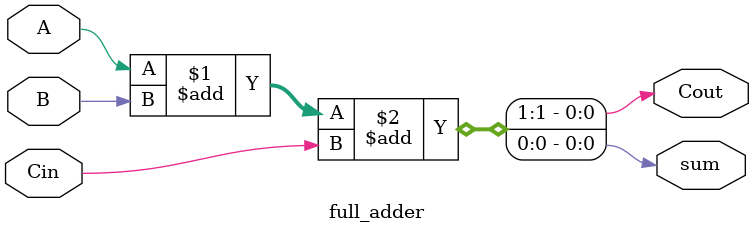
<source format=v>
`timescale 1ns / 1ps


module full_adder(
input A, B, Cin, output sum, Cout
    );
    
    assign {Cout, sum} = A + B + Cin;
endmodule

</source>
